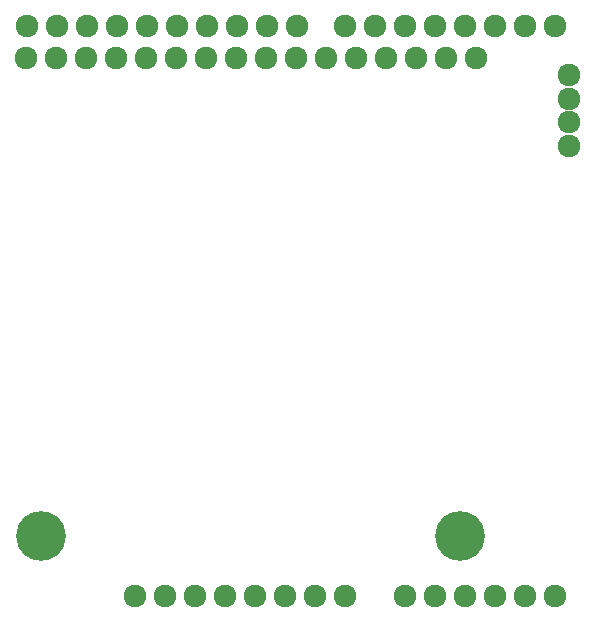
<source format=gbs>
G04 #@! TF.FileFunction,Soldermask,Bot*
%FSLAX46Y46*%
G04 Gerber Fmt 4.6, Leading zero omitted, Abs format (unit mm)*
G04 Created by KiCad (PCBNEW 4.0.2-stable) date Saturday, September 10, 2016 'AMt' 11:06:01 AM*
%MOMM*%
G01*
G04 APERTURE LIST*
%ADD10C,0.100000*%
%ADD11C,1.924000*%
%ADD12C,4.210000*%
G04 APERTURE END LIST*
D10*
D11*
X168656000Y-84376000D03*
X168656000Y-86376000D03*
X168656000Y-88376000D03*
X168656000Y-90376000D03*
X167501100Y-128463600D03*
X164961100Y-128463600D03*
X162421100Y-128463600D03*
X154801100Y-128463600D03*
X157341100Y-128463600D03*
X159881100Y-128463600D03*
X149721100Y-128463600D03*
X147181100Y-128463600D03*
X144641100Y-128463600D03*
X139561100Y-128463600D03*
X137021100Y-128463600D03*
X167501100Y-80203600D03*
X164961100Y-80203600D03*
X162421100Y-80203600D03*
X159881100Y-80203600D03*
X157341100Y-80203600D03*
X154801100Y-80203600D03*
X152261100Y-80203600D03*
X149721100Y-80203600D03*
X145657100Y-80203600D03*
X143117100Y-80203600D03*
X140577100Y-80203600D03*
X138037100Y-80203600D03*
X135497100Y-80203600D03*
X132957100Y-80203600D03*
X130417100Y-80203600D03*
X127877100Y-80203600D03*
X142101100Y-128463600D03*
X125337100Y-80203600D03*
X122797100Y-80203600D03*
X134481100Y-128463600D03*
X131941100Y-128463600D03*
D12*
X123982000Y-123406000D03*
D11*
X160782000Y-82931000D03*
X158242000Y-82931000D03*
X155702000Y-82931000D03*
X153162000Y-82931000D03*
X150622000Y-82931000D03*
X148082000Y-82931000D03*
X145542000Y-82931000D03*
X143002000Y-82931000D03*
X140462000Y-82931000D03*
X137922000Y-82931000D03*
X135382000Y-82931000D03*
X132842000Y-82931000D03*
X130302000Y-82931000D03*
X127762000Y-82931000D03*
X125222000Y-82931000D03*
X122682000Y-82931000D03*
D12*
X159482000Y-123406000D03*
M02*

</source>
